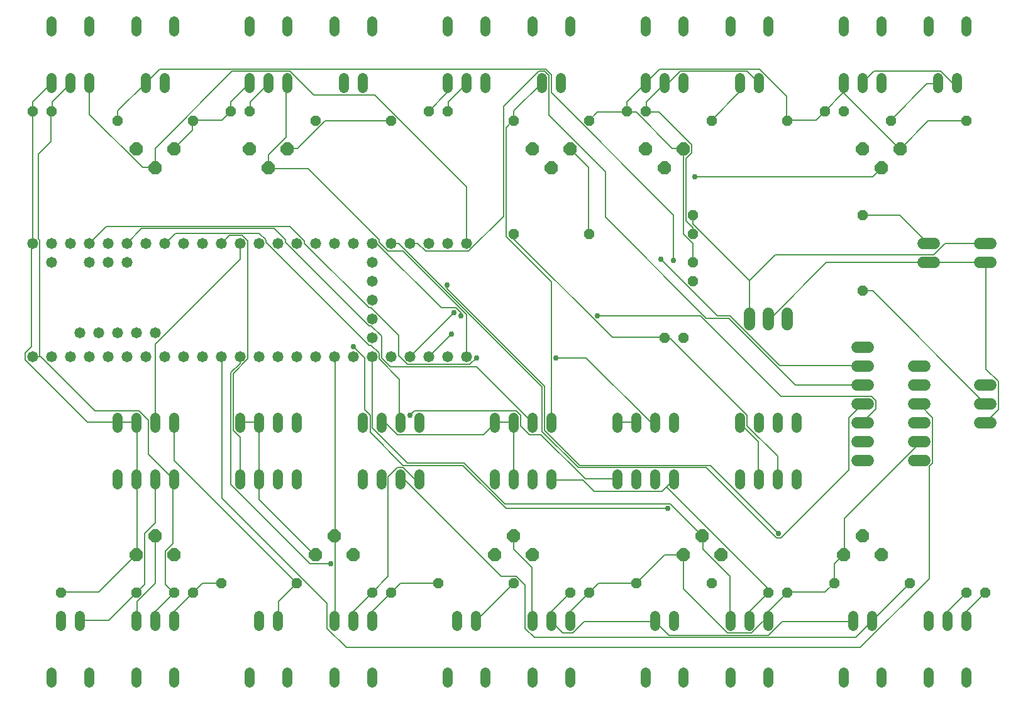
<source format=gbr>
G04 EAGLE Gerber RS-274X export*
G75*
%MOMM*%
%FSLAX34Y34*%
%LPD*%
%INTop Copper*%
%IPPOS*%
%AMOC8*
5,1,8,0,0,1.08239X$1,22.5*%
G01*
%ADD10C,1.320800*%
%ADD11P,1.429621X8X202.500000*%
%ADD12P,1.429621X8X22.500000*%
%ADD13C,1.473200*%
%ADD14C,1.524000*%
%ADD15P,1.429621X8X292.500000*%
%ADD16P,1.429621X8X112.500000*%
%ADD17P,1.924489X8X22.500000*%
%ADD18P,1.924489X8X202.500000*%
%ADD19C,0.152400*%
%ADD20C,0.756400*%


D10*
X50800Y56896D02*
X50800Y70104D01*
X101600Y70104D02*
X101600Y56896D01*
X63500Y133096D02*
X63500Y146304D01*
X88900Y146304D02*
X88900Y133096D01*
X215900Y933196D02*
X215900Y946404D01*
X165100Y946404D02*
X165100Y933196D01*
X203200Y870204D02*
X203200Y856996D01*
X177800Y856996D02*
X177800Y870204D01*
X317500Y70104D02*
X317500Y56896D01*
X368300Y56896D02*
X368300Y70104D01*
X330200Y133096D02*
X330200Y146304D01*
X355600Y146304D02*
X355600Y133096D01*
X584200Y70104D02*
X584200Y56896D01*
X635000Y56896D02*
X635000Y70104D01*
X596900Y133096D02*
X596900Y146304D01*
X622300Y146304D02*
X622300Y133096D01*
X850900Y70104D02*
X850900Y56896D01*
X901700Y56896D02*
X901700Y70104D01*
X863600Y133096D02*
X863600Y146304D01*
X889000Y146304D02*
X889000Y133096D01*
X1117600Y70104D02*
X1117600Y56896D01*
X1168400Y56896D02*
X1168400Y70104D01*
X1130300Y133096D02*
X1130300Y146304D01*
X1155700Y146304D02*
X1155700Y133096D01*
X1282700Y933196D02*
X1282700Y946404D01*
X1231900Y946404D02*
X1231900Y933196D01*
X1270000Y870204D02*
X1270000Y856996D01*
X1244600Y856996D02*
X1244600Y870204D01*
X1016000Y933196D02*
X1016000Y946404D01*
X965200Y946404D02*
X965200Y933196D01*
X1003300Y870204D02*
X1003300Y856996D01*
X977900Y856996D02*
X977900Y870204D01*
X749300Y933196D02*
X749300Y946404D01*
X698500Y946404D02*
X698500Y933196D01*
X736600Y870204D02*
X736600Y856996D01*
X711200Y856996D02*
X711200Y870204D01*
X482600Y933196D02*
X482600Y946404D01*
X431800Y946404D02*
X431800Y933196D01*
X469900Y870204D02*
X469900Y856996D01*
X444500Y856996D02*
X444500Y870204D01*
X165100Y70104D02*
X165100Y56896D01*
X215900Y56896D02*
X215900Y70104D01*
X165100Y133096D02*
X165100Y146304D01*
X215900Y146304D02*
X215900Y133096D01*
X190500Y133096D02*
X190500Y146304D01*
X431800Y70104D02*
X431800Y56896D01*
X482600Y56896D02*
X482600Y70104D01*
X431800Y133096D02*
X431800Y146304D01*
X482600Y146304D02*
X482600Y133096D01*
X457200Y133096D02*
X457200Y146304D01*
X698500Y70104D02*
X698500Y56896D01*
X749300Y56896D02*
X749300Y70104D01*
X698500Y133096D02*
X698500Y146304D01*
X749300Y146304D02*
X749300Y133096D01*
X723900Y133096D02*
X723900Y146304D01*
X965200Y70104D02*
X965200Y56896D01*
X1016000Y56896D02*
X1016000Y70104D01*
X965200Y133096D02*
X965200Y146304D01*
X1016000Y146304D02*
X1016000Y133096D01*
X990600Y133096D02*
X990600Y146304D01*
X1231900Y70104D02*
X1231900Y56896D01*
X1282700Y56896D02*
X1282700Y70104D01*
X1231900Y133096D02*
X1231900Y146304D01*
X1282700Y146304D02*
X1282700Y133096D01*
X1257300Y133096D02*
X1257300Y146304D01*
X1168400Y933196D02*
X1168400Y946404D01*
X1117600Y946404D02*
X1117600Y933196D01*
X1168400Y870204D02*
X1168400Y856996D01*
X1117600Y856996D02*
X1117600Y870204D01*
X1143000Y870204D02*
X1143000Y856996D01*
X901700Y933196D02*
X901700Y946404D01*
X850900Y946404D02*
X850900Y933196D01*
X901700Y870204D02*
X901700Y856996D01*
X850900Y856996D02*
X850900Y870204D01*
X876300Y870204D02*
X876300Y856996D01*
X635000Y933196D02*
X635000Y946404D01*
X584200Y946404D02*
X584200Y933196D01*
X635000Y870204D02*
X635000Y856996D01*
X584200Y856996D02*
X584200Y870204D01*
X609600Y870204D02*
X609600Y856996D01*
X368300Y933196D02*
X368300Y946404D01*
X317500Y946404D02*
X317500Y933196D01*
X368300Y870204D02*
X368300Y856996D01*
X317500Y856996D02*
X317500Y870204D01*
X342900Y870204D02*
X342900Y856996D01*
X101600Y933196D02*
X101600Y946404D01*
X50800Y946404D02*
X50800Y933196D01*
X101600Y870204D02*
X101600Y856996D01*
X50800Y856996D02*
X50800Y870204D01*
X76200Y870204D02*
X76200Y856996D01*
D11*
X241300Y177800D03*
X215900Y177800D03*
X508000Y177800D03*
X482600Y177800D03*
X774700Y177800D03*
X749300Y177800D03*
X1041400Y177800D03*
X1016000Y177800D03*
X1308100Y177800D03*
X1282700Y177800D03*
D12*
X1092200Y825500D03*
X1117600Y825500D03*
X825500Y825500D03*
X850900Y825500D03*
X558800Y825500D03*
X584200Y825500D03*
X292100Y825500D03*
X317500Y825500D03*
X25400Y825500D03*
X50800Y825500D03*
D13*
X76200Y495300D03*
X101600Y495300D03*
X127000Y495300D03*
X152400Y495300D03*
X177800Y495300D03*
X203200Y495300D03*
X228600Y495300D03*
X254000Y495300D03*
X279400Y495300D03*
X304800Y495300D03*
X330200Y495300D03*
X355600Y495300D03*
X355600Y647700D03*
X330200Y647700D03*
X304800Y647700D03*
X279400Y647700D03*
X254000Y647700D03*
X228600Y647700D03*
X203200Y647700D03*
X177800Y647700D03*
X152400Y647700D03*
X127000Y647700D03*
X101600Y647700D03*
X50800Y495300D03*
X76200Y647700D03*
X50800Y647700D03*
X25400Y495300D03*
X25400Y647700D03*
X381000Y495300D03*
X381000Y647700D03*
X406400Y495300D03*
X431800Y495300D03*
X457200Y495300D03*
X482600Y495300D03*
X508000Y495300D03*
X533400Y495300D03*
X558800Y495300D03*
X584200Y495300D03*
X609600Y495300D03*
X609600Y647700D03*
X584200Y647700D03*
X558800Y647700D03*
X533400Y647700D03*
X508000Y647700D03*
X482600Y647700D03*
X457200Y647700D03*
X431800Y647700D03*
X406400Y647700D03*
X482600Y520700D03*
X482600Y571500D03*
X482600Y596900D03*
X482600Y546100D03*
X482600Y622300D03*
X50800Y622300D03*
X101600Y622300D03*
X127000Y622300D03*
X152400Y622300D03*
X88900Y527050D03*
X114300Y527050D03*
X139700Y527050D03*
X165100Y527050D03*
X190500Y527050D03*
D12*
X63500Y177800D03*
X165100Y177800D03*
D10*
X139700Y323596D02*
X139700Y336804D01*
X165100Y336804D02*
X165100Y323596D01*
X165100Y399796D02*
X165100Y413004D01*
X139700Y413004D02*
X139700Y399796D01*
X190500Y336804D02*
X190500Y323596D01*
X215900Y323596D02*
X215900Y336804D01*
X190500Y399796D02*
X190500Y413004D01*
X215900Y413004D02*
X215900Y399796D01*
X304800Y336804D02*
X304800Y323596D01*
X330200Y323596D02*
X330200Y336804D01*
X330200Y399796D02*
X330200Y413004D01*
X304800Y413004D02*
X304800Y399796D01*
X355600Y336804D02*
X355600Y323596D01*
X381000Y323596D02*
X381000Y336804D01*
X355600Y399796D02*
X355600Y413004D01*
X381000Y413004D02*
X381000Y399796D01*
X469900Y336804D02*
X469900Y323596D01*
X495300Y323596D02*
X495300Y336804D01*
X495300Y399796D02*
X495300Y413004D01*
X469900Y413004D02*
X469900Y399796D01*
X520700Y336804D02*
X520700Y323596D01*
X546100Y323596D02*
X546100Y336804D01*
X520700Y399796D02*
X520700Y413004D01*
X546100Y413004D02*
X546100Y399796D01*
X647700Y336804D02*
X647700Y323596D01*
X673100Y323596D02*
X673100Y336804D01*
X673100Y399796D02*
X673100Y413004D01*
X647700Y413004D02*
X647700Y399796D01*
X698500Y336804D02*
X698500Y323596D01*
X723900Y323596D02*
X723900Y336804D01*
X698500Y399796D02*
X698500Y413004D01*
X723900Y413004D02*
X723900Y399796D01*
X812800Y336804D02*
X812800Y323596D01*
X838200Y323596D02*
X838200Y336804D01*
X838200Y399796D02*
X838200Y413004D01*
X812800Y413004D02*
X812800Y399796D01*
X863600Y336804D02*
X863600Y323596D01*
X889000Y323596D02*
X889000Y336804D01*
X863600Y399796D02*
X863600Y413004D01*
X889000Y413004D02*
X889000Y399796D01*
D12*
X279400Y190500D03*
X381000Y190500D03*
X571500Y190500D03*
X673100Y190500D03*
X838200Y190500D03*
X939800Y190500D03*
X1104900Y190500D03*
X1206500Y190500D03*
D11*
X1282700Y812800D03*
X1181100Y812800D03*
X1041400Y812800D03*
X939800Y812800D03*
X774700Y812800D03*
X673100Y812800D03*
X508000Y812800D03*
X406400Y812800D03*
X241300Y812800D03*
X139700Y812800D03*
D14*
X990600Y553720D02*
X990600Y538480D01*
X1016000Y538480D02*
X1016000Y553720D01*
X1041400Y553720D02*
X1041400Y538480D01*
D15*
X914400Y685800D03*
X914400Y660400D03*
X914400Y622300D03*
X914400Y596900D03*
D14*
X1224280Y622300D02*
X1239520Y622300D01*
X1239520Y647700D02*
X1224280Y647700D01*
X1300480Y406400D02*
X1315720Y406400D01*
X1315720Y431800D02*
X1300480Y431800D01*
X1300480Y457200D02*
X1315720Y457200D01*
D16*
X1143000Y584200D03*
X1143000Y685800D03*
D14*
X1300480Y622300D02*
X1315720Y622300D01*
X1315720Y647700D02*
X1300480Y647700D01*
D10*
X977900Y336804D02*
X977900Y323596D01*
X1003300Y323596D02*
X1003300Y336804D01*
X1003300Y399796D02*
X1003300Y413004D01*
X977900Y413004D02*
X977900Y399796D01*
X1028700Y336804D02*
X1028700Y323596D01*
X1054100Y323596D02*
X1054100Y336804D01*
X1028700Y399796D02*
X1028700Y413004D01*
X1054100Y413004D02*
X1054100Y399796D01*
D12*
X876300Y520700D03*
X901700Y520700D03*
X673100Y660400D03*
X774700Y660400D03*
D14*
X1211580Y355600D02*
X1226820Y355600D01*
X1226820Y381000D02*
X1211580Y381000D01*
X1211580Y406400D02*
X1226820Y406400D01*
X1226820Y431800D02*
X1211580Y431800D01*
X1211580Y457200D02*
X1226820Y457200D01*
X1226820Y482600D02*
X1211580Y482600D01*
D17*
X165100Y228600D03*
X215900Y228600D03*
X190500Y254000D03*
X406400Y228600D03*
X457200Y228600D03*
X431800Y254000D03*
X647700Y228600D03*
X698500Y228600D03*
X673100Y254000D03*
X901700Y228600D03*
X952500Y228600D03*
X927100Y254000D03*
X1117600Y228600D03*
X1168400Y228600D03*
X1143000Y254000D03*
D18*
X1193800Y774700D03*
X1143000Y774700D03*
X1168400Y749300D03*
X901700Y774700D03*
X850900Y774700D03*
X876300Y749300D03*
X749300Y774700D03*
X698500Y774700D03*
X723900Y749300D03*
X368300Y774700D03*
X317500Y774700D03*
X342900Y749300D03*
X215900Y774700D03*
X165100Y774700D03*
X190500Y749300D03*
D14*
X1135380Y355600D02*
X1150620Y355600D01*
X1150620Y381000D02*
X1135380Y381000D01*
X1135380Y406400D02*
X1150620Y406400D01*
X1150620Y431800D02*
X1135380Y431800D01*
X1135380Y457200D02*
X1150620Y457200D01*
X1150620Y482600D02*
X1135380Y482600D01*
X1135380Y508000D02*
X1150620Y508000D01*
D19*
X1283208Y152400D02*
X1283208Y140208D01*
X1283208Y152400D02*
X1307592Y176784D01*
X1283208Y140208D02*
X1282700Y139700D01*
X1307592Y176784D02*
X1308100Y177800D01*
X1016508Y152400D02*
X1016508Y140208D01*
X1016508Y152400D02*
X1040892Y176784D01*
X1016508Y140208D02*
X1016000Y139700D01*
X1040892Y176784D02*
X1041400Y177800D01*
X1104900Y190500D02*
X1104900Y216408D01*
X1117092Y228600D01*
X1117600Y228600D01*
X1092708Y178308D02*
X1042416Y178308D01*
X1092708Y178308D02*
X1104900Y190500D01*
X1042416Y178308D02*
X1041400Y177800D01*
X1219200Y377952D02*
X1219200Y381000D01*
X1219200Y377952D02*
X1118616Y277368D01*
X1118616Y228600D01*
X1117600Y228600D01*
X1080516Y813816D02*
X1042416Y813816D01*
X1080516Y813816D02*
X1092200Y825500D01*
X1042416Y813816D02*
X1041400Y812800D01*
X1117092Y850392D02*
X1117092Y862584D01*
X1117092Y850392D02*
X1092200Y825500D01*
X1117092Y862584D02*
X1117600Y863600D01*
X1231392Y812292D02*
X1281684Y812292D01*
X1231392Y812292D02*
X1193800Y774700D01*
X1281684Y812292D02*
X1282700Y812800D01*
X1193292Y774192D02*
X1117092Y850392D01*
X1193292Y774192D02*
X1193800Y774700D01*
X826008Y826008D02*
X826008Y838200D01*
X850392Y862584D01*
X826008Y826008D02*
X825500Y825500D01*
X850392Y862584D02*
X850900Y863600D01*
X774192Y749808D02*
X774192Y661416D01*
X774192Y749808D02*
X749300Y774700D01*
X774192Y661416D02*
X774700Y660400D01*
X786384Y824484D02*
X824484Y824484D01*
X786384Y824484D02*
X774700Y812800D01*
X824484Y824484D02*
X825500Y825500D01*
X673608Y405384D02*
X673608Y330708D01*
X673100Y330200D01*
X673608Y405384D02*
X673100Y406400D01*
X672084Y406908D02*
X647700Y406908D01*
X647700Y406400D01*
X672084Y406908D02*
X673100Y406400D01*
X501396Y405384D02*
X495300Y405384D01*
X501396Y405384D02*
X516636Y390144D01*
X632460Y390144D01*
X647700Y405384D01*
X495300Y405384D02*
X495300Y406400D01*
X647700Y406400D02*
X647700Y405384D01*
X813816Y406908D02*
X838200Y406908D01*
X813816Y406908D02*
X812800Y406400D01*
X838200Y406400D02*
X838200Y406908D01*
X1002792Y381000D02*
X1002792Y330708D01*
X1002792Y381000D02*
X978408Y405384D01*
X1002792Y330708D02*
X1003300Y330200D01*
X978408Y405384D02*
X977900Y406400D01*
X914400Y622300D02*
X914400Y647700D01*
X902208Y659892D01*
X902208Y774192D01*
X901700Y774700D01*
X838200Y824484D02*
X826008Y824484D01*
X838200Y824484D02*
X886968Y775716D01*
X900684Y775716D01*
X826008Y824484D02*
X825500Y825500D01*
X900684Y775716D02*
X901700Y774700D01*
X1040892Y813816D02*
X1040892Y845820D01*
X1004316Y882396D01*
X870204Y882396D01*
X851916Y864108D01*
X1040892Y813816D02*
X1041400Y812800D01*
X851916Y864108D02*
X850900Y863600D01*
X25908Y838200D02*
X25908Y826008D01*
X25908Y838200D02*
X50292Y862584D01*
X25908Y826008D02*
X25400Y825500D01*
X50292Y862584D02*
X50800Y863600D01*
X25908Y824484D02*
X25908Y647700D01*
X25400Y647700D01*
X25908Y824484D02*
X25400Y825500D01*
X583692Y850392D02*
X583692Y862584D01*
X583692Y850392D02*
X558800Y825500D01*
X583692Y862584D02*
X584200Y863600D01*
X240792Y812292D02*
X240792Y800100D01*
X216408Y775716D01*
X240792Y812292D02*
X241300Y812800D01*
X216408Y775716D02*
X215900Y774700D01*
X292608Y826008D02*
X292608Y838200D01*
X316992Y862584D01*
X292608Y826008D02*
X292100Y825500D01*
X316992Y862584D02*
X317500Y863600D01*
X280416Y813816D02*
X242316Y813816D01*
X280416Y813816D02*
X292100Y825500D01*
X242316Y813816D02*
X241300Y812800D01*
X419100Y812292D02*
X507492Y812292D01*
X419100Y812292D02*
X382524Y775716D01*
X368808Y775716D01*
X507492Y812292D02*
X508000Y812800D01*
X368808Y775716D02*
X368300Y774700D01*
X216408Y152400D02*
X216408Y140208D01*
X216408Y152400D02*
X240792Y176784D01*
X216408Y140208D02*
X215900Y139700D01*
X240792Y176784D02*
X241300Y177800D01*
X254508Y190500D02*
X279400Y190500D01*
X254508Y190500D02*
X242316Y178308D01*
X241300Y177800D01*
X166116Y330708D02*
X166116Y405384D01*
X166116Y330708D02*
X165100Y330200D01*
X166116Y405384D02*
X165100Y406400D01*
X164592Y406908D02*
X140208Y406908D01*
X139700Y406400D01*
X164592Y406908D02*
X165100Y406400D01*
X114300Y178308D02*
X64008Y178308D01*
X114300Y178308D02*
X164592Y228600D01*
X64008Y178308D02*
X63500Y177800D01*
X164592Y228600D02*
X165100Y228600D01*
X166116Y228600D02*
X166116Y329184D01*
X165100Y330200D01*
X165100Y228600D02*
X166116Y228600D01*
X749808Y152400D02*
X749808Y140208D01*
X749808Y152400D02*
X774192Y176784D01*
X749808Y140208D02*
X749300Y139700D01*
X774192Y176784D02*
X774700Y177800D01*
X787908Y190500D02*
X838200Y190500D01*
X787908Y190500D02*
X775716Y178308D01*
X774700Y177800D01*
X876300Y228600D02*
X901700Y228600D01*
X876300Y228600D02*
X838200Y190500D01*
X330708Y330708D02*
X330708Y405384D01*
X330708Y330708D02*
X330200Y330200D01*
X330708Y405384D02*
X330200Y406400D01*
X329184Y406908D02*
X304800Y406908D01*
X304800Y406400D01*
X329184Y406908D02*
X330200Y406400D01*
X483108Y152400D02*
X483108Y140208D01*
X483108Y152400D02*
X507492Y176784D01*
X483108Y140208D02*
X482600Y139700D01*
X507492Y176784D02*
X508000Y177800D01*
X521208Y190500D02*
X571500Y190500D01*
X521208Y190500D02*
X509016Y178308D01*
X508000Y177800D01*
X330708Y303276D02*
X330708Y329184D01*
X330708Y303276D02*
X405384Y228600D01*
X330708Y329184D02*
X330200Y330200D01*
X405384Y228600D02*
X406400Y228600D01*
X24384Y509016D02*
X24384Y647700D01*
X24384Y509016D02*
X15240Y499872D01*
X15240Y490728D01*
X99060Y406908D01*
X138684Y406908D01*
X25400Y647700D02*
X24384Y647700D01*
X138684Y406908D02*
X139700Y406400D01*
X1008888Y138684D02*
X1014984Y138684D01*
X1008888Y138684D02*
X993648Y123444D01*
X961644Y123444D01*
X902208Y182880D01*
X902208Y228600D01*
X1014984Y138684D02*
X1016000Y139700D01*
X902208Y228600D02*
X901700Y228600D01*
X851916Y826008D02*
X851916Y838200D01*
X876300Y862584D01*
X851916Y826008D02*
X850900Y825500D01*
X876300Y862584D02*
X876300Y863600D01*
X1263396Y864108D02*
X1269492Y864108D01*
X1263396Y864108D02*
X1248156Y879348D01*
X1158240Y879348D01*
X1143000Y864108D01*
X1269492Y864108D02*
X1270000Y863600D01*
X1143000Y863600D02*
X1143000Y864108D01*
X882396Y864108D02*
X876300Y864108D01*
X882396Y864108D02*
X897636Y879348D01*
X987552Y879348D01*
X1003300Y863600D01*
X876300Y863600D02*
X876300Y864108D01*
X914400Y669036D02*
X914400Y660400D01*
X914400Y669036D02*
X905256Y678180D01*
X905256Y762000D01*
X912876Y769620D01*
X912876Y780288D01*
X868680Y824484D01*
X851916Y824484D01*
X850900Y825500D01*
X1232916Y621792D02*
X1307592Y621792D01*
X1232916Y621792D02*
X1231900Y622300D01*
X1307592Y621792D02*
X1308100Y622300D01*
X1309116Y621792D02*
X1309116Y478536D01*
X1325880Y461772D01*
X1325880Y423672D01*
X1309116Y406908D01*
X1309116Y621792D02*
X1308100Y622300D01*
X1309116Y406908D02*
X1308100Y406400D01*
X766572Y329184D02*
X723900Y329184D01*
X766572Y329184D02*
X781812Y313944D01*
X873252Y313944D01*
X879348Y320040D02*
X888492Y329184D01*
X879348Y320040D02*
X873252Y313944D01*
X723900Y329184D02*
X723900Y330200D01*
X888492Y329184D02*
X889000Y330200D01*
X1257300Y152400D02*
X1257300Y139700D01*
X1257300Y152400D02*
X1282700Y177800D01*
X990600Y152400D02*
X990600Y139700D01*
X990600Y152400D02*
X1016000Y177800D01*
X1014984Y184404D02*
X879348Y320040D01*
X1014984Y184404D02*
X1014984Y178308D01*
X1016000Y177800D01*
X1016508Y547116D02*
X1019556Y547116D01*
X1094232Y621792D01*
X1231392Y621792D01*
X1016508Y547116D02*
X1016000Y546100D01*
X1231392Y621792D02*
X1231900Y622300D01*
X585216Y826008D02*
X585216Y838200D01*
X609600Y862584D01*
X585216Y826008D02*
X584200Y825500D01*
X609600Y862584D02*
X609600Y863600D01*
X51816Y838200D02*
X51816Y826008D01*
X51816Y838200D02*
X76200Y862584D01*
X51816Y826008D02*
X50800Y825500D01*
X76200Y862584D02*
X76200Y863600D01*
X318516Y838200D02*
X318516Y826008D01*
X318516Y838200D02*
X342900Y862584D01*
X318516Y826008D02*
X317500Y825500D01*
X342900Y862584D02*
X342900Y863600D01*
X723900Y152400D02*
X723900Y139700D01*
X723900Y152400D02*
X749300Y177800D01*
X768096Y138684D02*
X862584Y138684D01*
X768096Y138684D02*
X752856Y123444D01*
X739140Y123444D01*
X723900Y138684D01*
X862584Y138684D02*
X863600Y139700D01*
X723900Y139700D02*
X723900Y138684D01*
X457200Y139700D02*
X457200Y152400D01*
X482600Y177800D01*
X539496Y330708D02*
X545592Y330708D01*
X539496Y330708D02*
X524256Y345948D01*
X516636Y345948D01*
X504444Y333756D01*
X504444Y199644D01*
X482600Y177800D01*
X546100Y330200D02*
X545592Y330708D01*
X214884Y329184D02*
X214884Y243840D01*
X204216Y233172D01*
X204216Y188976D01*
X214884Y178308D01*
X214884Y329184D02*
X215900Y330200D01*
X214884Y178308D02*
X215900Y177800D01*
X36576Y495300D02*
X35052Y495300D01*
X25400Y495300D01*
X36576Y495300D02*
X109728Y422148D01*
X169164Y422148D01*
X181356Y409956D01*
X181356Y364236D01*
X214884Y330708D01*
X215900Y330200D01*
X190500Y152400D02*
X190500Y139700D01*
X190500Y152400D02*
X215900Y177800D01*
X50292Y784860D02*
X50292Y824484D01*
X50292Y784860D02*
X33528Y768096D01*
X33528Y653796D01*
X35052Y652272D01*
X35052Y495300D01*
X50292Y824484D02*
X50800Y825500D01*
X1034796Y138684D02*
X1129284Y138684D01*
X1034796Y138684D02*
X1016508Y120396D01*
X882396Y120396D01*
X864108Y138684D01*
X1129284Y138684D02*
X1130300Y139700D01*
X864108Y138684D02*
X863600Y139700D01*
X128016Y140208D02*
X89916Y140208D01*
X128016Y140208D02*
X164592Y176784D01*
X89916Y140208D02*
X88900Y139700D01*
X164592Y176784D02*
X165100Y177800D01*
X190500Y271272D02*
X190500Y330200D01*
X190500Y271272D02*
X176784Y257556D01*
X176784Y188976D01*
X166116Y178308D01*
X165100Y177800D01*
X356616Y166116D02*
X356616Y140208D01*
X356616Y166116D02*
X381000Y190500D01*
X356616Y140208D02*
X355600Y139700D01*
X216408Y355092D02*
X216408Y405384D01*
X216408Y355092D02*
X381000Y190500D01*
X216408Y405384D02*
X215900Y406400D01*
X190500Y406400D02*
X190500Y512064D01*
X304800Y626364D01*
X304800Y647700D01*
X673608Y190500D02*
X623316Y140208D01*
X622300Y139700D01*
X673100Y190500D02*
X673608Y190500D01*
X304800Y330200D02*
X304800Y387096D01*
X295656Y396240D01*
X295656Y472440D01*
X315468Y492252D01*
X315468Y650748D01*
X307848Y658368D01*
X291084Y658368D01*
X280416Y647700D01*
X279400Y647700D01*
X1156716Y140208D02*
X1207008Y190500D01*
X1156716Y140208D02*
X1155700Y139700D01*
X1206500Y190500D02*
X1207008Y190500D01*
X527304Y329184D02*
X521208Y329184D01*
X527304Y329184D02*
X656844Y199644D01*
X676656Y199644D01*
X688848Y187452D01*
X688848Y129540D01*
X701040Y117348D01*
X1133856Y117348D01*
X1155192Y138684D01*
X521208Y329184D02*
X520700Y330200D01*
X1155192Y138684D02*
X1155700Y139700D01*
X1229868Y862584D02*
X1243584Y862584D01*
X1229868Y862584D02*
X1181100Y813816D01*
X1243584Y862584D02*
X1244600Y863600D01*
X1181100Y813816D02*
X1181100Y812800D01*
X519684Y464820D02*
X519684Y406908D01*
X519684Y464820D02*
X492252Y492252D01*
X492252Y499872D01*
X481584Y510540D01*
X478536Y510540D01*
X339852Y649224D01*
X339852Y652272D01*
X330708Y661416D01*
X217932Y661416D01*
X204216Y647700D01*
X519684Y406908D02*
X520700Y406400D01*
X204216Y647700D02*
X203200Y647700D01*
X976884Y850392D02*
X976884Y862584D01*
X976884Y850392D02*
X940308Y813816D01*
X976884Y862584D02*
X977900Y863600D01*
X940308Y813816D02*
X939800Y812800D01*
X673608Y813816D02*
X673608Y826008D01*
X711200Y863600D01*
X673608Y813816D02*
X673100Y812800D01*
X723900Y595884D02*
X723900Y406400D01*
X723900Y595884D02*
X662940Y656844D01*
X662940Y803148D01*
X672084Y812292D01*
X673100Y812800D01*
X623316Y481584D02*
X698500Y406400D01*
X623316Y481584D02*
X507492Y481584D01*
X495300Y493776D01*
X495300Y522732D01*
X481584Y536448D01*
X478536Y536448D01*
X365760Y649224D01*
X365760Y652272D01*
X350520Y667512D01*
X172212Y667512D01*
X152400Y647700D01*
X769620Y330708D02*
X812292Y330708D01*
X769620Y330708D02*
X710184Y390144D01*
X694944Y390144D01*
X682752Y402336D01*
X682752Y416052D01*
X676656Y422148D01*
X539496Y422148D01*
X533400Y416052D01*
X812292Y330708D02*
X812800Y330200D01*
D20*
X533400Y416052D03*
D19*
X140208Y813816D02*
X140208Y826008D01*
X177800Y863600D01*
X140208Y813816D02*
X139700Y812800D01*
X888492Y685800D02*
X888492Y624840D01*
X888492Y685800D02*
X723900Y850392D01*
X723900Y874776D01*
X716280Y882396D01*
X196596Y882396D01*
X177800Y863600D01*
D20*
X888492Y624840D03*
D19*
X862584Y406908D02*
X858012Y406908D01*
X771144Y493776D01*
X729996Y493776D01*
X623316Y493776D02*
X614172Y484632D01*
X530352Y484632D01*
X518160Y496824D01*
X518160Y524256D01*
X481584Y560832D01*
X478536Y560832D01*
X391668Y647700D01*
X391668Y650748D01*
X371856Y670560D01*
X124968Y670560D01*
X102108Y647700D01*
X862584Y406908D02*
X863600Y406400D01*
X102108Y647700D02*
X101600Y647700D01*
D20*
X729996Y493776D03*
X623316Y493776D03*
D19*
X166116Y166116D02*
X166116Y140208D01*
X166116Y166116D02*
X190500Y190500D01*
X190500Y254000D01*
X166116Y140208D02*
X165100Y139700D01*
X432816Y140208D02*
X432816Y252984D01*
X432816Y140208D02*
X431800Y139700D01*
X432816Y252984D02*
X431800Y254000D01*
X432816Y254508D02*
X432816Y495300D01*
X431800Y495300D01*
X432816Y254508D02*
X431800Y254000D01*
X697992Y211836D02*
X697992Y140208D01*
X697992Y211836D02*
X673608Y236220D01*
X673608Y252984D01*
X697992Y140208D02*
X698500Y139700D01*
X673608Y252984D02*
X673100Y254000D01*
X964692Y199644D02*
X964692Y140208D01*
X964692Y199644D02*
X928116Y236220D01*
X928116Y252984D01*
X964692Y140208D02*
X965200Y139700D01*
X928116Y252984D02*
X927100Y254000D01*
X483108Y399288D02*
X483108Y495300D01*
X483108Y399288D02*
X530352Y352044D01*
X606552Y352044D01*
X661416Y297180D01*
X883920Y297180D01*
X927100Y254000D01*
X483108Y495300D02*
X482600Y495300D01*
X583692Y586740D02*
X583692Y591312D01*
X583692Y586740D02*
X714756Y455676D01*
X714756Y396240D01*
X762000Y348996D01*
X938784Y348996D01*
X1030224Y257556D01*
D20*
X583692Y591312D03*
X1030224Y257556D03*
D19*
X592836Y554736D02*
X533400Y495300D01*
X917448Y737616D02*
X1156716Y737616D01*
X1168400Y749300D01*
D20*
X592836Y554736D03*
X917448Y737616D03*
D19*
X589788Y525780D02*
X559308Y495300D01*
X558800Y495300D01*
D20*
X589788Y525780D03*
D19*
X367284Y790956D02*
X367284Y862584D01*
X367284Y790956D02*
X342900Y766572D01*
X342900Y749300D01*
X367284Y862584D02*
X368300Y863600D01*
X609600Y551688D02*
X609600Y495300D01*
X609600Y551688D02*
X524256Y637032D01*
X504444Y637032D01*
X492252Y649224D01*
X492252Y652272D01*
X396240Y748284D01*
X342900Y748284D01*
X342900Y749300D01*
X102108Y821436D02*
X102108Y862584D01*
X102108Y821436D02*
X173736Y749808D01*
X190500Y749808D01*
X102108Y862584D02*
X101600Y863600D01*
X609600Y723900D02*
X609600Y647700D01*
X609600Y723900D02*
X486156Y847344D01*
X403860Y847344D01*
X371856Y879348D01*
X294132Y879348D01*
X190500Y775716D01*
X190500Y749808D01*
X190500Y749300D01*
X914400Y685800D02*
X914400Y673608D01*
X990600Y597408D01*
X990600Y546100D01*
X1254252Y647700D02*
X1308100Y647700D01*
X1254252Y647700D02*
X1239012Y632460D01*
X1025652Y632460D01*
X990600Y597408D01*
X1143000Y685800D02*
X1193292Y685800D01*
X1231392Y647700D01*
X1231900Y647700D01*
X1156716Y583692D02*
X1143000Y583692D01*
X1156716Y583692D02*
X1307592Y432816D01*
X1143000Y583692D02*
X1143000Y584200D01*
X1307592Y432816D02*
X1308100Y431800D01*
X304800Y486156D02*
X304800Y495300D01*
X304800Y486156D02*
X292608Y473964D01*
X292608Y323088D01*
X399288Y216408D01*
X426720Y216408D01*
D20*
X426720Y216408D03*
D19*
X280416Y304800D02*
X280416Y495300D01*
X280416Y304800D02*
X422148Y163068D01*
X422148Y129540D01*
X448056Y103632D01*
X1139952Y103632D01*
X1232916Y196596D01*
X1232916Y347472D01*
X1237488Y352044D01*
X1237488Y413004D01*
X1219200Y431292D01*
X280416Y495300D02*
X279400Y495300D01*
X1219200Y431800D02*
X1219200Y431292D01*
X1028700Y361188D02*
X1028700Y330200D01*
X1028700Y361188D02*
X987552Y402336D01*
X987552Y416052D01*
X883920Y519684D01*
X876300Y519684D01*
X876300Y520700D01*
X673608Y653796D02*
X673608Y659892D01*
X673608Y653796D02*
X806196Y521208D01*
X876300Y521208D01*
X673608Y659892D02*
X673100Y660400D01*
X876300Y521208D02*
X876300Y520700D01*
X472440Y493776D02*
X457200Y509016D01*
X472440Y493776D02*
X472440Y423672D01*
X480060Y416052D01*
X480060Y393192D01*
X524256Y348996D01*
X605028Y348996D01*
X662940Y291084D01*
X880872Y291084D01*
D20*
X457200Y509016D03*
X880872Y291084D03*
D19*
X489204Y647700D02*
X482600Y647700D01*
X489204Y647700D02*
X576072Y560832D01*
X595884Y560832D01*
X601980Y554736D01*
X601980Y550164D01*
X786384Y550164D02*
X925068Y550164D01*
X1033272Y441960D01*
X1155192Y441960D01*
X1161288Y435864D01*
X1161288Y425196D01*
X1143000Y406908D01*
X1143000Y406400D01*
D20*
X601980Y550164D03*
X786384Y550164D03*
D19*
X518160Y647700D02*
X508000Y647700D01*
X518160Y647700D02*
X711708Y454152D01*
X711708Y394716D01*
X760476Y345948D01*
X932688Y345948D01*
X1027176Y251460D01*
X1033272Y251460D01*
X1124712Y342900D01*
X1124712Y413004D01*
X1143000Y431292D01*
X1143000Y431800D01*
X544068Y647700D02*
X533400Y647700D01*
X544068Y647700D02*
X554736Y637032D01*
X612648Y637032D01*
X659892Y684276D01*
X659892Y832104D01*
X707136Y879348D01*
X714756Y879348D01*
X720852Y873252D01*
X720852Y819912D01*
X797052Y743712D01*
X797052Y682752D01*
X932688Y547116D01*
X963168Y547116D01*
X1053084Y457200D01*
X1143000Y457200D01*
X947928Y550164D02*
X871728Y626364D01*
X947928Y550164D02*
X964692Y550164D01*
X1031748Y483108D01*
X1143000Y483108D01*
X1143000Y482600D01*
D20*
X871728Y626364D03*
M02*

</source>
